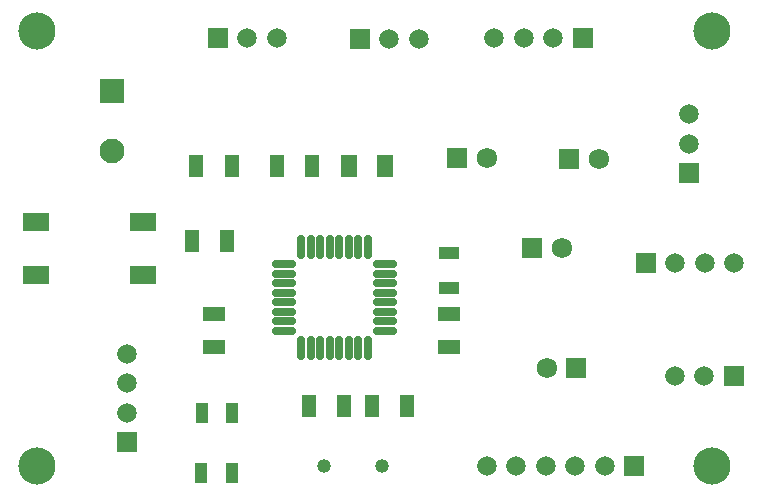
<source format=gts>
G04*
G04 #@! TF.GenerationSoftware,Altium Limited,Altium Designer,23.4.1 (23)*
G04*
G04 Layer_Color=8388736*
%FSLAX44Y44*%
%MOMM*%
G71*
G04*
G04 #@! TF.SameCoordinates,574EF0A3-D4D7-4E79-882F-14C39876F300*
G04*
G04*
G04 #@! TF.FilePolarity,Negative*
G04*
G01*
G75*
%ADD23R,1.1046X1.7062*%
%ADD24R,1.8000X1.0000*%
%ADD26O,2.1000X0.7500*%
%ADD27O,0.7500X2.1000*%
%ADD28R,2.2500X1.5500*%
%ADD29R,1.2000X1.9500*%
%ADD30R,1.9700X1.1700*%
%ADD31R,1.4000X1.9500*%
%ADD32C,3.1500*%
%ADD33R,1.6580X1.6580*%
%ADD34C,1.6580*%
%ADD35C,2.1000*%
%ADD36R,2.1000X2.1000*%
%ADD37R,1.6580X1.6580*%
%ADD38C,1.7250*%
%ADD39R,1.7250X1.7250*%
%ADD40C,1.1800*%
D23*
X457200Y615950D02*
D03*
X483216D02*
D03*
X456584Y565150D02*
D03*
X482600D02*
D03*
D24*
X666750Y721600D02*
D03*
Y751600D02*
D03*
D26*
X527050Y741800D02*
D03*
Y733800D02*
D03*
Y725800D02*
D03*
Y717800D02*
D03*
Y709800D02*
D03*
Y701800D02*
D03*
Y693800D02*
D03*
Y685800D02*
D03*
X612050D02*
D03*
Y693800D02*
D03*
Y701800D02*
D03*
Y709800D02*
D03*
Y717800D02*
D03*
Y725800D02*
D03*
Y733800D02*
D03*
Y741800D02*
D03*
D27*
X541550Y671300D02*
D03*
X549550D02*
D03*
X557550D02*
D03*
X565550D02*
D03*
X573550D02*
D03*
X581550D02*
D03*
X589550D02*
D03*
X597550D02*
D03*
Y756300D02*
D03*
X589550D02*
D03*
X581550D02*
D03*
X573550D02*
D03*
X565550D02*
D03*
X557550D02*
D03*
X549550D02*
D03*
X541550D02*
D03*
D28*
X407450Y733150D02*
D03*
Y778150D02*
D03*
X316450Y733150D02*
D03*
Y778150D02*
D03*
D29*
X630950Y622300D02*
D03*
X600950D02*
D03*
X577850D02*
D03*
X547850D02*
D03*
X550700Y825500D02*
D03*
X520700D02*
D03*
X482600D02*
D03*
X452600D02*
D03*
X478550Y762000D02*
D03*
X448550D02*
D03*
D30*
X467360Y671800D02*
D03*
Y699800D02*
D03*
X666750Y671800D02*
D03*
Y699800D02*
D03*
D31*
X581650Y825500D02*
D03*
X612150D02*
D03*
D32*
X889000Y939800D02*
D03*
Y571500D02*
D03*
X317500D02*
D03*
Y939800D02*
D03*
D33*
X393700Y591350D02*
D03*
X869950Y819150D02*
D03*
D34*
X393700Y616350D02*
D03*
Y641350D02*
D03*
Y666350D02*
D03*
X520700Y933450D02*
D03*
X495700D02*
D03*
X615950Y932350D02*
D03*
X640950D02*
D03*
X754850Y933450D02*
D03*
X729850D02*
D03*
X704850D02*
D03*
X869950Y844150D02*
D03*
Y869150D02*
D03*
X858050Y742950D02*
D03*
X883050D02*
D03*
X908050D02*
D03*
X882650Y647700D02*
D03*
X857650D02*
D03*
X698500Y571500D02*
D03*
X723500D02*
D03*
X798500D02*
D03*
X748500D02*
D03*
X773500D02*
D03*
D35*
X381000Y838200D02*
D03*
D36*
Y889000D02*
D03*
D37*
X470700Y933450D02*
D03*
X590950Y932350D02*
D03*
X779850Y933450D02*
D03*
X833050Y742950D02*
D03*
X907650Y647700D02*
D03*
X823500Y571500D02*
D03*
D38*
X762000Y755650D02*
D03*
X793550Y830750D02*
D03*
X698500Y831850D02*
D03*
X749300Y654050D02*
D03*
D39*
X737000Y755650D02*
D03*
X768550Y830750D02*
D03*
X673500Y831850D02*
D03*
X774300Y654050D02*
D03*
D40*
X609600Y571500D02*
D03*
X560800D02*
D03*
M02*

</source>
